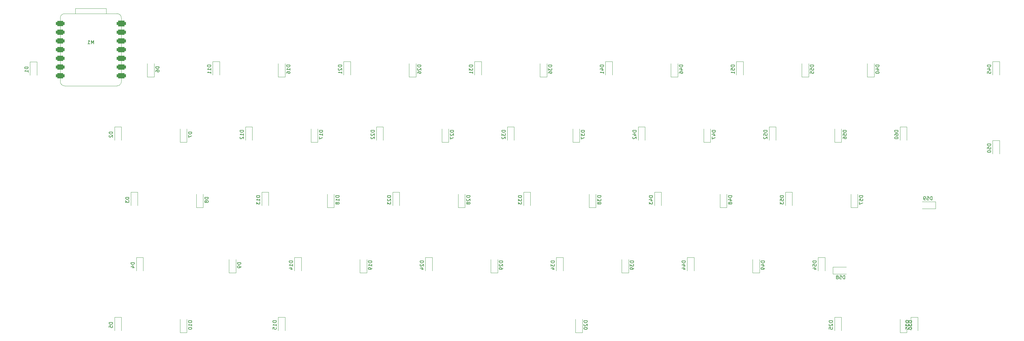
<source format=gbo>
G04 #@! TF.GenerationSoftware,KiCad,Pcbnew,(6.0.4)*
G04 #@! TF.CreationDate,2022-08-29T03:28:43+02:00*
G04 #@! TF.ProjectId,PLUTO60,504c5554-4f36-4302-9e6b-696361645f70,rev?*
G04 #@! TF.SameCoordinates,Original*
G04 #@! TF.FileFunction,Legend,Bot*
G04 #@! TF.FilePolarity,Positive*
%FSLAX46Y46*%
G04 Gerber Fmt 4.6, Leading zero omitted, Abs format (unit mm)*
G04 Created by KiCad (PCBNEW (6.0.4)) date 2022-08-29 03:28:43*
%MOMM*%
%LPD*%
G01*
G04 APERTURE LIST*
G04 Aperture macros list*
%AMRoundRect*
0 Rectangle with rounded corners*
0 $1 Rounding radius*
0 $2 $3 $4 $5 $6 $7 $8 $9 X,Y pos of 4 corners*
0 Add a 4 corners polygon primitive as box body*
4,1,4,$2,$3,$4,$5,$6,$7,$8,$9,$2,$3,0*
0 Add four circle primitives for the rounded corners*
1,1,$1+$1,$2,$3*
1,1,$1+$1,$4,$5*
1,1,$1+$1,$6,$7*
1,1,$1+$1,$8,$9*
0 Add four rect primitives between the rounded corners*
20,1,$1+$1,$2,$3,$4,$5,0*
20,1,$1+$1,$4,$5,$6,$7,0*
20,1,$1+$1,$6,$7,$8,$9,0*
20,1,$1+$1,$8,$9,$2,$3,0*%
G04 Aperture macros list end*
%ADD10C,0.150000*%
%ADD11C,0.120000*%
%ADD12C,2.501900*%
%ADD13C,2.250000*%
%ADD14C,7.000240*%
%ADD15C,7.001300*%
%ADD16R,1.200000X0.900000*%
%ADD17RoundRect,0.407250X0.956500X0.407250X-0.956500X0.407250X-0.956500X-0.407250X0.956500X-0.407250X0*%
%ADD18RoundRect,0.400000X0.963750X0.400000X-0.963750X0.400000X-0.963750X-0.400000X0.963750X-0.400000X0*%
%ADD19RoundRect,0.400000X0.853750X0.400000X-0.853750X0.400000X-0.853750X-0.400000X0.853750X-0.400000X0*%
%ADD20R,0.900000X1.200000*%
G04 APERTURE END LIST*
D10*
X104814880Y79795535D02*
X103814880Y79795535D01*
X103814880Y79557440D01*
X103862500Y79414583D01*
X103957738Y79319345D01*
X104052976Y79271726D01*
X104243452Y79224107D01*
X104386309Y79224107D01*
X104576785Y79271726D01*
X104672023Y79319345D01*
X104767261Y79414583D01*
X104814880Y79557440D01*
X104814880Y79795535D01*
X103910119Y78843154D02*
X103862500Y78795535D01*
X103814880Y78700297D01*
X103814880Y78462202D01*
X103862500Y78366964D01*
X103910119Y78319345D01*
X104005357Y78271726D01*
X104100595Y78271726D01*
X104243452Y78319345D01*
X104814880Y78890773D01*
X104814880Y78271726D01*
X104814880Y77319345D02*
X104814880Y77890773D01*
X104814880Y77605059D02*
X103814880Y77605059D01*
X103957738Y77700297D01*
X104052976Y77795535D01*
X104100595Y77890773D01*
X242164880Y79795535D02*
X241164880Y79795535D01*
X241164880Y79557440D01*
X241212500Y79414583D01*
X241307738Y79319345D01*
X241402976Y79271726D01*
X241593452Y79224107D01*
X241736309Y79224107D01*
X241926785Y79271726D01*
X242022023Y79319345D01*
X242117261Y79414583D01*
X242164880Y79557440D01*
X242164880Y79795535D01*
X241164880Y78319345D02*
X241164880Y78795535D01*
X241641071Y78843154D01*
X241593452Y78795535D01*
X241545833Y78700297D01*
X241545833Y78462202D01*
X241593452Y78366964D01*
X241641071Y78319345D01*
X241736309Y78271726D01*
X241974404Y78271726D01*
X242069642Y78319345D01*
X242117261Y78366964D01*
X242164880Y78462202D01*
X242164880Y78700297D01*
X242117261Y78795535D01*
X242069642Y78843154D01*
X241164880Y77366964D02*
X241164880Y77843154D01*
X241641071Y77890773D01*
X241593452Y77843154D01*
X241545833Y77747916D01*
X241545833Y77509821D01*
X241593452Y77414583D01*
X241641071Y77366964D01*
X241736309Y77319345D01*
X241974404Y77319345D01*
X242069642Y77366964D01*
X242117261Y77414583D01*
X242164880Y77509821D01*
X242164880Y77747916D01*
X242117261Y77843154D01*
X242069642Y77890773D01*
X176283630Y5183035D02*
X175283630Y5183035D01*
X175283630Y4944940D01*
X175331250Y4802083D01*
X175426488Y4706845D01*
X175521726Y4659226D01*
X175712202Y4611607D01*
X175855059Y4611607D01*
X176045535Y4659226D01*
X176140773Y4706845D01*
X176236011Y4802083D01*
X176283630Y4944940D01*
X176283630Y5183035D01*
X175378869Y4230654D02*
X175331250Y4183035D01*
X175283630Y4087797D01*
X175283630Y3849702D01*
X175331250Y3754464D01*
X175378869Y3706845D01*
X175474107Y3659226D01*
X175569345Y3659226D01*
X175712202Y3706845D01*
X176283630Y4278273D01*
X176283630Y3659226D01*
X175283630Y3040178D02*
X175283630Y2944940D01*
X175331250Y2849702D01*
X175378869Y2802083D01*
X175474107Y2754464D01*
X175664583Y2706845D01*
X175902678Y2706845D01*
X176093154Y2754464D01*
X176188392Y2802083D01*
X176236011Y2849702D01*
X176283630Y2944940D01*
X176283630Y3040178D01*
X176236011Y3135416D01*
X176188392Y3183035D01*
X176093154Y3230654D01*
X175902678Y3278273D01*
X175664583Y3278273D01*
X175474107Y3230654D01*
X175378869Y3183035D01*
X175331250Y3135416D01*
X175283630Y3040178D01*
X157202380Y41695535D02*
X156202380Y41695535D01*
X156202380Y41457440D01*
X156250000Y41314583D01*
X156345238Y41219345D01*
X156440476Y41171726D01*
X156630952Y41124107D01*
X156773809Y41124107D01*
X156964285Y41171726D01*
X157059523Y41219345D01*
X157154761Y41314583D01*
X157202380Y41457440D01*
X157202380Y41695535D01*
X156202380Y40790773D02*
X156202380Y40171726D01*
X156583333Y40505059D01*
X156583333Y40362202D01*
X156630952Y40266964D01*
X156678571Y40219345D01*
X156773809Y40171726D01*
X157011904Y40171726D01*
X157107142Y40219345D01*
X157154761Y40266964D01*
X157202380Y40362202D01*
X157202380Y40647916D01*
X157154761Y40743154D01*
X157107142Y40790773D01*
X156202380Y39838392D02*
X156202380Y39219345D01*
X156583333Y39552678D01*
X156583333Y39409821D01*
X156630952Y39314583D01*
X156678571Y39266964D01*
X156773809Y39219345D01*
X157011904Y39219345D01*
X157107142Y39266964D01*
X157154761Y39314583D01*
X157202380Y39409821D01*
X157202380Y39695535D01*
X157154761Y39790773D01*
X157107142Y39838392D01*
X127864880Y79795535D02*
X126864880Y79795535D01*
X126864880Y79557440D01*
X126912500Y79414583D01*
X127007738Y79319345D01*
X127102976Y79271726D01*
X127293452Y79224107D01*
X127436309Y79224107D01*
X127626785Y79271726D01*
X127722023Y79319345D01*
X127817261Y79414583D01*
X127864880Y79557440D01*
X127864880Y79795535D01*
X126960119Y78843154D02*
X126912500Y78795535D01*
X126864880Y78700297D01*
X126864880Y78462202D01*
X126912500Y78366964D01*
X126960119Y78319345D01*
X127055357Y78271726D01*
X127150595Y78271726D01*
X127293452Y78319345D01*
X127864880Y78890773D01*
X127864880Y78271726D01*
X126864880Y77414583D02*
X126864880Y77605059D01*
X126912500Y77700297D01*
X126960119Y77747916D01*
X127102976Y77843154D01*
X127293452Y77890773D01*
X127674404Y77890773D01*
X127769642Y77843154D01*
X127817261Y77795535D01*
X127864880Y77700297D01*
X127864880Y77509821D01*
X127817261Y77414583D01*
X127769642Y77366964D01*
X127674404Y77319345D01*
X127436309Y77319345D01*
X127341071Y77366964D01*
X127293452Y77414583D01*
X127245833Y77509821D01*
X127245833Y77700297D01*
X127293452Y77795535D01*
X127341071Y77843154D01*
X127436309Y77890773D01*
X119102380Y41695535D02*
X118102380Y41695535D01*
X118102380Y41457440D01*
X118150000Y41314583D01*
X118245238Y41219345D01*
X118340476Y41171726D01*
X118530952Y41124107D01*
X118673809Y41124107D01*
X118864285Y41171726D01*
X118959523Y41219345D01*
X119054761Y41314583D01*
X119102380Y41457440D01*
X119102380Y41695535D01*
X118197619Y40743154D02*
X118150000Y40695535D01*
X118102380Y40600297D01*
X118102380Y40362202D01*
X118150000Y40266964D01*
X118197619Y40219345D01*
X118292857Y40171726D01*
X118388095Y40171726D01*
X118530952Y40219345D01*
X119102380Y40790773D01*
X119102380Y40171726D01*
X118102380Y39838392D02*
X118102380Y39219345D01*
X118483333Y39552678D01*
X118483333Y39409821D01*
X118530952Y39314583D01*
X118578571Y39266964D01*
X118673809Y39219345D01*
X118911904Y39219345D01*
X119007142Y39266964D01*
X119054761Y39314583D01*
X119102380Y39409821D01*
X119102380Y39695535D01*
X119054761Y39790773D01*
X119007142Y39838392D01*
X195302380Y41695535D02*
X194302380Y41695535D01*
X194302380Y41457440D01*
X194350000Y41314583D01*
X194445238Y41219345D01*
X194540476Y41171726D01*
X194730952Y41124107D01*
X194873809Y41124107D01*
X195064285Y41171726D01*
X195159523Y41219345D01*
X195254761Y41314583D01*
X195302380Y41457440D01*
X195302380Y41695535D01*
X194635714Y40266964D02*
X195302380Y40266964D01*
X194254761Y40505059D02*
X194969047Y40743154D01*
X194969047Y40124107D01*
X194302380Y39838392D02*
X194302380Y39219345D01*
X194683333Y39552678D01*
X194683333Y39409821D01*
X194730952Y39314583D01*
X194778571Y39266964D01*
X194873809Y39219345D01*
X195111904Y39219345D01*
X195207142Y39266964D01*
X195254761Y39314583D01*
X195302380Y39409821D01*
X195302380Y39695535D01*
X195254761Y39790773D01*
X195207142Y39838392D01*
X266739880Y60745535D02*
X265739880Y60745535D01*
X265739880Y60507440D01*
X265787500Y60364583D01*
X265882738Y60269345D01*
X265977976Y60221726D01*
X266168452Y60174107D01*
X266311309Y60174107D01*
X266501785Y60221726D01*
X266597023Y60269345D01*
X266692261Y60364583D01*
X266739880Y60507440D01*
X266739880Y60745535D01*
X265739880Y59316964D02*
X265739880Y59507440D01*
X265787500Y59602678D01*
X265835119Y59650297D01*
X265977976Y59745535D01*
X266168452Y59793154D01*
X266549404Y59793154D01*
X266644642Y59745535D01*
X266692261Y59697916D01*
X266739880Y59602678D01*
X266739880Y59412202D01*
X266692261Y59316964D01*
X266644642Y59269345D01*
X266549404Y59221726D01*
X266311309Y59221726D01*
X266216071Y59269345D01*
X266168452Y59316964D01*
X266120833Y59412202D01*
X266120833Y59602678D01*
X266168452Y59697916D01*
X266216071Y59745535D01*
X266311309Y59793154D01*
X265739880Y58602678D02*
X265739880Y58507440D01*
X265787500Y58412202D01*
X265835119Y58364583D01*
X265930357Y58316964D01*
X266120833Y58269345D01*
X266358928Y58269345D01*
X266549404Y58316964D01*
X266644642Y58364583D01*
X266692261Y58412202D01*
X266739880Y58507440D01*
X266739880Y58602678D01*
X266692261Y58697916D01*
X266644642Y58745535D01*
X266549404Y58793154D01*
X266358928Y58840773D01*
X266120833Y58840773D01*
X265930357Y58793154D01*
X265835119Y58745535D01*
X265787500Y58697916D01*
X265739880Y58602678D01*
X38139880Y4706845D02*
X37139880Y4706845D01*
X37139880Y4468750D01*
X37187500Y4325892D01*
X37282738Y4230654D01*
X37377976Y4183035D01*
X37568452Y4135416D01*
X37711309Y4135416D01*
X37901785Y4183035D01*
X37997023Y4230654D01*
X38092261Y4325892D01*
X38139880Y4468750D01*
X38139880Y4706845D01*
X37139880Y3230654D02*
X37139880Y3706845D01*
X37616071Y3754464D01*
X37568452Y3706845D01*
X37520833Y3611607D01*
X37520833Y3373511D01*
X37568452Y3278273D01*
X37616071Y3230654D01*
X37711309Y3183035D01*
X37949404Y3183035D01*
X38044642Y3230654D01*
X38092261Y3278273D01*
X38139880Y3373511D01*
X38139880Y3611607D01*
X38092261Y3706845D01*
X38044642Y3754464D01*
X65952380Y41219345D02*
X64952380Y41219345D01*
X64952380Y40981250D01*
X65000000Y40838392D01*
X65095238Y40743154D01*
X65190476Y40695535D01*
X65380952Y40647916D01*
X65523809Y40647916D01*
X65714285Y40695535D01*
X65809523Y40743154D01*
X65904761Y40838392D01*
X65952380Y40981250D01*
X65952380Y41219345D01*
X65380952Y40076488D02*
X65333333Y40171726D01*
X65285714Y40219345D01*
X65190476Y40266964D01*
X65142857Y40266964D01*
X65047619Y40219345D01*
X65000000Y40171726D01*
X64952380Y40076488D01*
X64952380Y39886011D01*
X65000000Y39790773D01*
X65047619Y39743154D01*
X65142857Y39695535D01*
X65190476Y39695535D01*
X65285714Y39743154D01*
X65333333Y39790773D01*
X65380952Y39886011D01*
X65380952Y40076488D01*
X65428571Y40171726D01*
X65476190Y40219345D01*
X65571428Y40266964D01*
X65761904Y40266964D01*
X65857142Y40219345D01*
X65904761Y40171726D01*
X65952380Y40076488D01*
X65952380Y39886011D01*
X65904761Y39790773D01*
X65857142Y39743154D01*
X65761904Y39695535D01*
X65571428Y39695535D01*
X65476190Y39743154D01*
X65428571Y39790773D01*
X65380952Y39886011D01*
X38139880Y60269345D02*
X37139880Y60269345D01*
X37139880Y60031250D01*
X37187500Y59888392D01*
X37282738Y59793154D01*
X37377976Y59745535D01*
X37568452Y59697916D01*
X37711309Y59697916D01*
X37901785Y59745535D01*
X37997023Y59793154D01*
X38092261Y59888392D01*
X38139880Y60031250D01*
X38139880Y60269345D01*
X37235119Y59316964D02*
X37187500Y59269345D01*
X37139880Y59174107D01*
X37139880Y58936011D01*
X37187500Y58840773D01*
X37235119Y58793154D01*
X37330357Y58745535D01*
X37425595Y58745535D01*
X37568452Y58793154D01*
X38139880Y59364583D01*
X38139880Y58745535D01*
X175489880Y60745535D02*
X174489880Y60745535D01*
X174489880Y60507440D01*
X174537500Y60364583D01*
X174632738Y60269345D01*
X174727976Y60221726D01*
X174918452Y60174107D01*
X175061309Y60174107D01*
X175251785Y60221726D01*
X175347023Y60269345D01*
X175442261Y60364583D01*
X175489880Y60507440D01*
X175489880Y60745535D01*
X174489880Y59840773D02*
X174489880Y59221726D01*
X174870833Y59555059D01*
X174870833Y59412202D01*
X174918452Y59316964D01*
X174966071Y59269345D01*
X175061309Y59221726D01*
X175299404Y59221726D01*
X175394642Y59269345D01*
X175442261Y59316964D01*
X175489880Y59412202D01*
X175489880Y59697916D01*
X175442261Y59793154D01*
X175394642Y59840773D01*
X174489880Y58888392D02*
X174489880Y58221726D01*
X175489880Y58650297D01*
X228639880Y60745535D02*
X227639880Y60745535D01*
X227639880Y60507440D01*
X227687500Y60364583D01*
X227782738Y60269345D01*
X227877976Y60221726D01*
X228068452Y60174107D01*
X228211309Y60174107D01*
X228401785Y60221726D01*
X228497023Y60269345D01*
X228592261Y60364583D01*
X228639880Y60507440D01*
X228639880Y60745535D01*
X227639880Y59269345D02*
X227639880Y59745535D01*
X228116071Y59793154D01*
X228068452Y59745535D01*
X228020833Y59650297D01*
X228020833Y59412202D01*
X228068452Y59316964D01*
X228116071Y59269345D01*
X228211309Y59221726D01*
X228449404Y59221726D01*
X228544642Y59269345D01*
X228592261Y59316964D01*
X228639880Y59412202D01*
X228639880Y59650297D01*
X228592261Y59745535D01*
X228544642Y59793154D01*
X227735119Y58840773D02*
X227687500Y58793154D01*
X227639880Y58697916D01*
X227639880Y58459821D01*
X227687500Y58364583D01*
X227735119Y58316964D01*
X227830357Y58269345D01*
X227925595Y58269345D01*
X228068452Y58316964D01*
X228639880Y58888392D01*
X228639880Y58269345D01*
X151677380Y22645535D02*
X150677380Y22645535D01*
X150677380Y22407440D01*
X150725000Y22264583D01*
X150820238Y22169345D01*
X150915476Y22121726D01*
X151105952Y22074107D01*
X151248809Y22074107D01*
X151439285Y22121726D01*
X151534523Y22169345D01*
X151629761Y22264583D01*
X151677380Y22407440D01*
X151677380Y22645535D01*
X150772619Y21693154D02*
X150725000Y21645535D01*
X150677380Y21550297D01*
X150677380Y21312202D01*
X150725000Y21216964D01*
X150772619Y21169345D01*
X150867857Y21121726D01*
X150963095Y21121726D01*
X151105952Y21169345D01*
X151677380Y21740773D01*
X151677380Y21121726D01*
X151677380Y20645535D02*
X151677380Y20455059D01*
X151629761Y20359821D01*
X151582142Y20312202D01*
X151439285Y20216964D01*
X151248809Y20169345D01*
X150867857Y20169345D01*
X150772619Y20216964D01*
X150725000Y20264583D01*
X150677380Y20359821D01*
X150677380Y20550297D01*
X150725000Y20645535D01*
X150772619Y20693154D01*
X150867857Y20740773D01*
X151105952Y20740773D01*
X151201190Y20693154D01*
X151248809Y20645535D01*
X151296428Y20550297D01*
X151296428Y20359821D01*
X151248809Y20264583D01*
X151201190Y20216964D01*
X151105952Y20169345D01*
X114339880Y60745535D02*
X113339880Y60745535D01*
X113339880Y60507440D01*
X113387500Y60364583D01*
X113482738Y60269345D01*
X113577976Y60221726D01*
X113768452Y60174107D01*
X113911309Y60174107D01*
X114101785Y60221726D01*
X114197023Y60269345D01*
X114292261Y60364583D01*
X114339880Y60507440D01*
X114339880Y60745535D01*
X113435119Y59793154D02*
X113387500Y59745535D01*
X113339880Y59650297D01*
X113339880Y59412202D01*
X113387500Y59316964D01*
X113435119Y59269345D01*
X113530357Y59221726D01*
X113625595Y59221726D01*
X113768452Y59269345D01*
X114339880Y59840773D01*
X114339880Y59221726D01*
X113435119Y58840773D02*
X113387500Y58793154D01*
X113339880Y58697916D01*
X113339880Y58459821D01*
X113387500Y58364583D01*
X113435119Y58316964D01*
X113530357Y58269345D01*
X113625595Y58269345D01*
X113768452Y58316964D01*
X114339880Y58888392D01*
X114339880Y58269345D01*
X256452380Y41695535D02*
X255452380Y41695535D01*
X255452380Y41457440D01*
X255500000Y41314583D01*
X255595238Y41219345D01*
X255690476Y41171726D01*
X255880952Y41124107D01*
X256023809Y41124107D01*
X256214285Y41171726D01*
X256309523Y41219345D01*
X256404761Y41314583D01*
X256452380Y41457440D01*
X256452380Y41695535D01*
X255452380Y40219345D02*
X255452380Y40695535D01*
X255928571Y40743154D01*
X255880952Y40695535D01*
X255833333Y40600297D01*
X255833333Y40362202D01*
X255880952Y40266964D01*
X255928571Y40219345D01*
X256023809Y40171726D01*
X256261904Y40171726D01*
X256357142Y40219345D01*
X256404761Y40266964D01*
X256452380Y40362202D01*
X256452380Y40600297D01*
X256404761Y40695535D01*
X256357142Y40743154D01*
X255452380Y39838392D02*
X255452380Y39171726D01*
X256452380Y39600297D01*
X113577380Y22645535D02*
X112577380Y22645535D01*
X112577380Y22407440D01*
X112625000Y22264583D01*
X112720238Y22169345D01*
X112815476Y22121726D01*
X113005952Y22074107D01*
X113148809Y22074107D01*
X113339285Y22121726D01*
X113434523Y22169345D01*
X113529761Y22264583D01*
X113577380Y22407440D01*
X113577380Y22645535D01*
X113577380Y21121726D02*
X113577380Y21693154D01*
X113577380Y21407440D02*
X112577380Y21407440D01*
X112720238Y21502678D01*
X112815476Y21597916D01*
X112863095Y21693154D01*
X113577380Y20645535D02*
X113577380Y20455059D01*
X113529761Y20359821D01*
X113482142Y20312202D01*
X113339285Y20216964D01*
X113148809Y20169345D01*
X112767857Y20169345D01*
X112672619Y20216964D01*
X112625000Y20264583D01*
X112577380Y20359821D01*
X112577380Y20550297D01*
X112625000Y20645535D01*
X112672619Y20693154D01*
X112767857Y20740773D01*
X113005952Y20740773D01*
X113101190Y20693154D01*
X113148809Y20645535D01*
X113196428Y20550297D01*
X113196428Y20359821D01*
X113148809Y20264583D01*
X113101190Y20216964D01*
X113005952Y20169345D01*
X142152380Y41695535D02*
X141152380Y41695535D01*
X141152380Y41457440D01*
X141200000Y41314583D01*
X141295238Y41219345D01*
X141390476Y41171726D01*
X141580952Y41124107D01*
X141723809Y41124107D01*
X141914285Y41171726D01*
X142009523Y41219345D01*
X142104761Y41314583D01*
X142152380Y41457440D01*
X142152380Y41695535D01*
X141247619Y40743154D02*
X141200000Y40695535D01*
X141152380Y40600297D01*
X141152380Y40362202D01*
X141200000Y40266964D01*
X141247619Y40219345D01*
X141342857Y40171726D01*
X141438095Y40171726D01*
X141580952Y40219345D01*
X142152380Y40790773D01*
X142152380Y40171726D01*
X141580952Y39600297D02*
X141533333Y39695535D01*
X141485714Y39743154D01*
X141390476Y39790773D01*
X141342857Y39790773D01*
X141247619Y39743154D01*
X141200000Y39695535D01*
X141152380Y39600297D01*
X141152380Y39409821D01*
X141200000Y39314583D01*
X141247619Y39266964D01*
X141342857Y39219345D01*
X141390476Y39219345D01*
X141485714Y39266964D01*
X141533333Y39314583D01*
X141580952Y39409821D01*
X141580952Y39600297D01*
X141628571Y39695535D01*
X141676190Y39743154D01*
X141771428Y39790773D01*
X141961904Y39790773D01*
X142057142Y39743154D01*
X142104761Y39695535D01*
X142152380Y39600297D01*
X142152380Y39409821D01*
X142104761Y39314583D01*
X142057142Y39266964D01*
X141961904Y39219345D01*
X141771428Y39219345D01*
X141676190Y39266964D01*
X141628571Y39314583D01*
X141580952Y39409821D01*
X89764880Y79795535D02*
X88764880Y79795535D01*
X88764880Y79557440D01*
X88812500Y79414583D01*
X88907738Y79319345D01*
X89002976Y79271726D01*
X89193452Y79224107D01*
X89336309Y79224107D01*
X89526785Y79271726D01*
X89622023Y79319345D01*
X89717261Y79414583D01*
X89764880Y79557440D01*
X89764880Y79795535D01*
X89764880Y78271726D02*
X89764880Y78843154D01*
X89764880Y78557440D02*
X88764880Y78557440D01*
X88907738Y78652678D01*
X89002976Y78747916D01*
X89050595Y78843154D01*
X88764880Y77414583D02*
X88764880Y77605059D01*
X88812500Y77700297D01*
X88860119Y77747916D01*
X89002976Y77843154D01*
X89193452Y77890773D01*
X89574404Y77890773D01*
X89669642Y77843154D01*
X89717261Y77795535D01*
X89764880Y77700297D01*
X89764880Y77509821D01*
X89717261Y77414583D01*
X89669642Y77366964D01*
X89574404Y77319345D01*
X89336309Y77319345D01*
X89241071Y77366964D01*
X89193452Y77414583D01*
X89145833Y77509821D01*
X89145833Y77700297D01*
X89193452Y77795535D01*
X89241071Y77843154D01*
X89336309Y77890773D01*
X189777380Y22645535D02*
X188777380Y22645535D01*
X188777380Y22407440D01*
X188825000Y22264583D01*
X188920238Y22169345D01*
X189015476Y22121726D01*
X189205952Y22074107D01*
X189348809Y22074107D01*
X189539285Y22121726D01*
X189634523Y22169345D01*
X189729761Y22264583D01*
X189777380Y22407440D01*
X189777380Y22645535D01*
X188777380Y21740773D02*
X188777380Y21121726D01*
X189158333Y21455059D01*
X189158333Y21312202D01*
X189205952Y21216964D01*
X189253571Y21169345D01*
X189348809Y21121726D01*
X189586904Y21121726D01*
X189682142Y21169345D01*
X189729761Y21216964D01*
X189777380Y21312202D01*
X189777380Y21597916D01*
X189729761Y21693154D01*
X189682142Y21740773D01*
X189777380Y20645535D02*
X189777380Y20455059D01*
X189729761Y20359821D01*
X189682142Y20312202D01*
X189539285Y20216964D01*
X189348809Y20169345D01*
X188967857Y20169345D01*
X188872619Y20216964D01*
X188825000Y20264583D01*
X188777380Y20359821D01*
X188777380Y20550297D01*
X188825000Y20645535D01*
X188872619Y20693154D01*
X188967857Y20740773D01*
X189205952Y20740773D01*
X189301190Y20693154D01*
X189348809Y20645535D01*
X189396428Y20550297D01*
X189396428Y20359821D01*
X189348809Y20264583D01*
X189301190Y20216964D01*
X189205952Y20169345D01*
X142914880Y79795535D02*
X141914880Y79795535D01*
X141914880Y79557440D01*
X141962500Y79414583D01*
X142057738Y79319345D01*
X142152976Y79271726D01*
X142343452Y79224107D01*
X142486309Y79224107D01*
X142676785Y79271726D01*
X142772023Y79319345D01*
X142867261Y79414583D01*
X142914880Y79557440D01*
X142914880Y79795535D01*
X141914880Y78890773D02*
X141914880Y78271726D01*
X142295833Y78605059D01*
X142295833Y78462202D01*
X142343452Y78366964D01*
X142391071Y78319345D01*
X142486309Y78271726D01*
X142724404Y78271726D01*
X142819642Y78319345D01*
X142867261Y78366964D01*
X142914880Y78462202D01*
X142914880Y78747916D01*
X142867261Y78843154D01*
X142819642Y78890773D01*
X142914880Y77319345D02*
X142914880Y77890773D01*
X142914880Y77605059D02*
X141914880Y77605059D01*
X142057738Y77700297D01*
X142152976Y77795535D01*
X142200595Y77890773D01*
X190539880Y60745535D02*
X189539880Y60745535D01*
X189539880Y60507440D01*
X189587500Y60364583D01*
X189682738Y60269345D01*
X189777976Y60221726D01*
X189968452Y60174107D01*
X190111309Y60174107D01*
X190301785Y60221726D01*
X190397023Y60269345D01*
X190492261Y60364583D01*
X190539880Y60507440D01*
X190539880Y60745535D01*
X189873214Y59316964D02*
X190539880Y59316964D01*
X189492261Y59555059D02*
X190206547Y59793154D01*
X190206547Y59174107D01*
X189635119Y58840773D02*
X189587500Y58793154D01*
X189539880Y58697916D01*
X189539880Y58459821D01*
X189587500Y58364583D01*
X189635119Y58316964D01*
X189730357Y58269345D01*
X189825595Y58269345D01*
X189968452Y58316964D01*
X190539880Y58888392D01*
X190539880Y58269345D01*
X270739880Y5183035D02*
X269739880Y5183035D01*
X269739880Y4944940D01*
X269787500Y4802083D01*
X269882738Y4706845D01*
X269977976Y4659226D01*
X270168452Y4611607D01*
X270311309Y4611607D01*
X270501785Y4659226D01*
X270597023Y4706845D01*
X270692261Y4802083D01*
X270739880Y4944940D01*
X270739880Y5183035D01*
X269739880Y4278273D02*
X269739880Y3659226D01*
X270120833Y3992559D01*
X270120833Y3849702D01*
X270168452Y3754464D01*
X270216071Y3706845D01*
X270311309Y3659226D01*
X270549404Y3659226D01*
X270644642Y3706845D01*
X270692261Y3754464D01*
X270739880Y3849702D01*
X270739880Y4135416D01*
X270692261Y4230654D01*
X270644642Y4278273D01*
X269739880Y3040178D02*
X269739880Y2944940D01*
X269787500Y2849702D01*
X269835119Y2802083D01*
X269930357Y2754464D01*
X270120833Y2706845D01*
X270358928Y2706845D01*
X270549404Y2754464D01*
X270644642Y2802083D01*
X270692261Y2849702D01*
X270739880Y2944940D01*
X270739880Y3040178D01*
X270692261Y3135416D01*
X270644642Y3183035D01*
X270549404Y3230654D01*
X270358928Y3278273D01*
X270120833Y3278273D01*
X269930357Y3230654D01*
X269835119Y3183035D01*
X269787500Y3135416D01*
X269739880Y3040178D01*
X242927380Y22645535D02*
X241927380Y22645535D01*
X241927380Y22407440D01*
X241975000Y22264583D01*
X242070238Y22169345D01*
X242165476Y22121726D01*
X242355952Y22074107D01*
X242498809Y22074107D01*
X242689285Y22121726D01*
X242784523Y22169345D01*
X242879761Y22264583D01*
X242927380Y22407440D01*
X242927380Y22645535D01*
X241927380Y21169345D02*
X241927380Y21645535D01*
X242403571Y21693154D01*
X242355952Y21645535D01*
X242308333Y21550297D01*
X242308333Y21312202D01*
X242355952Y21216964D01*
X242403571Y21169345D01*
X242498809Y21121726D01*
X242736904Y21121726D01*
X242832142Y21169345D01*
X242879761Y21216964D01*
X242927380Y21312202D01*
X242927380Y21550297D01*
X242879761Y21645535D01*
X242832142Y21693154D01*
X242260714Y20264583D02*
X242927380Y20264583D01*
X241879761Y20502678D02*
X242594047Y20740773D01*
X242594047Y20121726D01*
X269914880Y5183035D02*
X268914880Y5183035D01*
X268914880Y4944940D01*
X268962500Y4802083D01*
X269057738Y4706845D01*
X269152976Y4659226D01*
X269343452Y4611607D01*
X269486309Y4611607D01*
X269676785Y4659226D01*
X269772023Y4706845D01*
X269867261Y4802083D01*
X269914880Y4944940D01*
X269914880Y5183035D01*
X268914880Y4278273D02*
X268914880Y3659226D01*
X269295833Y3992559D01*
X269295833Y3849702D01*
X269343452Y3754464D01*
X269391071Y3706845D01*
X269486309Y3659226D01*
X269724404Y3659226D01*
X269819642Y3706845D01*
X269867261Y3754464D01*
X269914880Y3849702D01*
X269914880Y4135416D01*
X269867261Y4230654D01*
X269819642Y4278273D01*
X268914880Y2754464D02*
X268914880Y3230654D01*
X269391071Y3278273D01*
X269343452Y3230654D01*
X269295833Y3135416D01*
X269295833Y2897321D01*
X269343452Y2802083D01*
X269391071Y2754464D01*
X269486309Y2706845D01*
X269724404Y2706845D01*
X269819642Y2754464D01*
X269867261Y2802083D01*
X269914880Y2897321D01*
X269914880Y3135416D01*
X269867261Y3230654D01*
X269819642Y3278273D01*
X247689880Y5183035D02*
X246689880Y5183035D01*
X246689880Y4944940D01*
X246737500Y4802083D01*
X246832738Y4706845D01*
X246927976Y4659226D01*
X247118452Y4611607D01*
X247261309Y4611607D01*
X247451785Y4659226D01*
X247547023Y4706845D01*
X247642261Y4802083D01*
X247689880Y4944940D01*
X247689880Y5183035D01*
X246785119Y4230654D02*
X246737500Y4183035D01*
X246689880Y4087797D01*
X246689880Y3849702D01*
X246737500Y3754464D01*
X246785119Y3706845D01*
X246880357Y3659226D01*
X246975595Y3659226D01*
X247118452Y3706845D01*
X247689880Y4278273D01*
X247689880Y3659226D01*
X246689880Y2754464D02*
X246689880Y3230654D01*
X247166071Y3278273D01*
X247118452Y3230654D01*
X247070833Y3135416D01*
X247070833Y2897321D01*
X247118452Y2802083D01*
X247166071Y2754464D01*
X247261309Y2706845D01*
X247499404Y2706845D01*
X247594642Y2754464D01*
X247642261Y2802083D01*
X247689880Y2897321D01*
X247689880Y3135416D01*
X247642261Y3230654D01*
X247594642Y3278273D01*
X13533630Y79256845D02*
X12533630Y79256845D01*
X12533630Y79018750D01*
X12581250Y78875892D01*
X12676488Y78780654D01*
X12771726Y78733035D01*
X12962202Y78685416D01*
X13105059Y78685416D01*
X13295535Y78733035D01*
X13390773Y78780654D01*
X13486011Y78875892D01*
X13533630Y79018750D01*
X13533630Y79256845D01*
X13533630Y77733035D02*
X13533630Y78304464D01*
X13533630Y78018750D02*
X12533630Y78018750D01*
X12676488Y78113988D01*
X12771726Y78209226D01*
X12819345Y78304464D01*
X293727380Y56776785D02*
X292727380Y56776785D01*
X292727380Y56538690D01*
X292775000Y56395833D01*
X292870238Y56300595D01*
X292965476Y56252976D01*
X293155952Y56205357D01*
X293298809Y56205357D01*
X293489285Y56252976D01*
X293584523Y56300595D01*
X293679761Y56395833D01*
X293727380Y56538690D01*
X293727380Y56776785D01*
X292727380Y55300595D02*
X292727380Y55776785D01*
X293203571Y55824404D01*
X293155952Y55776785D01*
X293108333Y55681547D01*
X293108333Y55443452D01*
X293155952Y55348214D01*
X293203571Y55300595D01*
X293298809Y55252976D01*
X293536904Y55252976D01*
X293632142Y55300595D01*
X293679761Y55348214D01*
X293727380Y55443452D01*
X293727380Y55681547D01*
X293679761Y55776785D01*
X293632142Y55824404D01*
X292727380Y54633928D02*
X292727380Y54538690D01*
X292775000Y54443452D01*
X292822619Y54395833D01*
X292917857Y54348214D01*
X293108333Y54300595D01*
X293346428Y54300595D01*
X293536904Y54348214D01*
X293632142Y54395833D01*
X293679761Y54443452D01*
X293727380Y54538690D01*
X293727380Y54633928D01*
X293679761Y54729166D01*
X293632142Y54776785D01*
X293536904Y54824404D01*
X293346428Y54872023D01*
X293108333Y54872023D01*
X292917857Y54824404D01*
X292822619Y54776785D01*
X292775000Y54729166D01*
X292727380Y54633928D01*
X181014880Y79795535D02*
X180014880Y79795535D01*
X180014880Y79557440D01*
X180062500Y79414583D01*
X180157738Y79319345D01*
X180252976Y79271726D01*
X180443452Y79224107D01*
X180586309Y79224107D01*
X180776785Y79271726D01*
X180872023Y79319345D01*
X180967261Y79414583D01*
X181014880Y79557440D01*
X181014880Y79795535D01*
X180348214Y78366964D02*
X181014880Y78366964D01*
X179967261Y78605059D02*
X180681547Y78843154D01*
X180681547Y78224107D01*
X181014880Y77319345D02*
X181014880Y77890773D01*
X181014880Y77605059D02*
X180014880Y77605059D01*
X180157738Y77700297D01*
X180252976Y77795535D01*
X180300595Y77890773D01*
X219114880Y79795535D02*
X218114880Y79795535D01*
X218114880Y79557440D01*
X218162500Y79414583D01*
X218257738Y79319345D01*
X218352976Y79271726D01*
X218543452Y79224107D01*
X218686309Y79224107D01*
X218876785Y79271726D01*
X218972023Y79319345D01*
X219067261Y79414583D01*
X219114880Y79557440D01*
X219114880Y79795535D01*
X218114880Y78319345D02*
X218114880Y78795535D01*
X218591071Y78843154D01*
X218543452Y78795535D01*
X218495833Y78700297D01*
X218495833Y78462202D01*
X218543452Y78366964D01*
X218591071Y78319345D01*
X218686309Y78271726D01*
X218924404Y78271726D01*
X219019642Y78319345D01*
X219067261Y78366964D01*
X219114880Y78462202D01*
X219114880Y78700297D01*
X219067261Y78795535D01*
X219019642Y78843154D01*
X219114880Y77319345D02*
X219114880Y77890773D01*
X219114880Y77605059D02*
X218114880Y77605059D01*
X218257738Y77700297D01*
X218352976Y77795535D01*
X218400595Y77890773D01*
X137389880Y60745535D02*
X136389880Y60745535D01*
X136389880Y60507440D01*
X136437500Y60364583D01*
X136532738Y60269345D01*
X136627976Y60221726D01*
X136818452Y60174107D01*
X136961309Y60174107D01*
X137151785Y60221726D01*
X137247023Y60269345D01*
X137342261Y60364583D01*
X137389880Y60507440D01*
X137389880Y60745535D01*
X136485119Y59793154D02*
X136437500Y59745535D01*
X136389880Y59650297D01*
X136389880Y59412202D01*
X136437500Y59316964D01*
X136485119Y59269345D01*
X136580357Y59221726D01*
X136675595Y59221726D01*
X136818452Y59269345D01*
X137389880Y59840773D01*
X137389880Y59221726D01*
X136389880Y58888392D02*
X136389880Y58221726D01*
X137389880Y58650297D01*
X61189880Y5183035D02*
X60189880Y5183035D01*
X60189880Y4944940D01*
X60237500Y4802083D01*
X60332738Y4706845D01*
X60427976Y4659226D01*
X60618452Y4611607D01*
X60761309Y4611607D01*
X60951785Y4659226D01*
X61047023Y4706845D01*
X61142261Y4802083D01*
X61189880Y4944940D01*
X61189880Y5183035D01*
X61189880Y3659226D02*
X61189880Y4230654D01*
X61189880Y3944940D02*
X60189880Y3944940D01*
X60332738Y4040178D01*
X60427976Y4135416D01*
X60475595Y4230654D01*
X60189880Y3040178D02*
X60189880Y2944940D01*
X60237500Y2849702D01*
X60285119Y2802083D01*
X60380357Y2754464D01*
X60570833Y2706845D01*
X60808928Y2706845D01*
X60999404Y2754464D01*
X61094642Y2802083D01*
X61142261Y2849702D01*
X61189880Y2944940D01*
X61189880Y3040178D01*
X61142261Y3135416D01*
X61094642Y3183035D01*
X60999404Y3230654D01*
X60808928Y3278273D01*
X60570833Y3278273D01*
X60380357Y3230654D01*
X60285119Y3183035D01*
X60237500Y3135416D01*
X60189880Y3040178D01*
X32604523Y85970869D02*
X32604523Y86970869D01*
X32271190Y86256583D01*
X31937857Y86970869D01*
X31937857Y85970869D01*
X30937857Y85970869D02*
X31509285Y85970869D01*
X31223571Y85970869D02*
X31223571Y86970869D01*
X31318809Y86828011D01*
X31414047Y86732773D01*
X31509285Y86685154D01*
X233402380Y41695535D02*
X232402380Y41695535D01*
X232402380Y41457440D01*
X232450000Y41314583D01*
X232545238Y41219345D01*
X232640476Y41171726D01*
X232830952Y41124107D01*
X232973809Y41124107D01*
X233164285Y41171726D01*
X233259523Y41219345D01*
X233354761Y41314583D01*
X233402380Y41457440D01*
X233402380Y41695535D01*
X232402380Y40219345D02*
X232402380Y40695535D01*
X232878571Y40743154D01*
X232830952Y40695535D01*
X232783333Y40600297D01*
X232783333Y40362202D01*
X232830952Y40266964D01*
X232878571Y40219345D01*
X232973809Y40171726D01*
X233211904Y40171726D01*
X233307142Y40219345D01*
X233354761Y40266964D01*
X233402380Y40362202D01*
X233402380Y40600297D01*
X233354761Y40695535D01*
X233307142Y40743154D01*
X232402380Y39838392D02*
X232402380Y39219345D01*
X232783333Y39552678D01*
X232783333Y39409821D01*
X232830952Y39314583D01*
X232878571Y39266964D01*
X232973809Y39219345D01*
X233211904Y39219345D01*
X233307142Y39266964D01*
X233354761Y39314583D01*
X233402380Y39409821D01*
X233402380Y39695535D01*
X233354761Y39790773D01*
X233307142Y39838392D01*
X51664880Y79319345D02*
X50664880Y79319345D01*
X50664880Y79081250D01*
X50712500Y78938392D01*
X50807738Y78843154D01*
X50902976Y78795535D01*
X51093452Y78747916D01*
X51236309Y78747916D01*
X51426785Y78795535D01*
X51522023Y78843154D01*
X51617261Y78938392D01*
X51664880Y79081250D01*
X51664880Y79319345D01*
X50664880Y77890773D02*
X50664880Y78081250D01*
X50712500Y78176488D01*
X50760119Y78224107D01*
X50902976Y78319345D01*
X51093452Y78366964D01*
X51474404Y78366964D01*
X51569642Y78319345D01*
X51617261Y78271726D01*
X51664880Y78176488D01*
X51664880Y77986011D01*
X51617261Y77890773D01*
X51569642Y77843154D01*
X51474404Y77795535D01*
X51236309Y77795535D01*
X51141071Y77843154D01*
X51093452Y77890773D01*
X51045833Y77986011D01*
X51045833Y78176488D01*
X51093452Y78271726D01*
X51141071Y78319345D01*
X51236309Y78366964D01*
X180252380Y41695535D02*
X179252380Y41695535D01*
X179252380Y41457440D01*
X179300000Y41314583D01*
X179395238Y41219345D01*
X179490476Y41171726D01*
X179680952Y41124107D01*
X179823809Y41124107D01*
X180014285Y41171726D01*
X180109523Y41219345D01*
X180204761Y41314583D01*
X180252380Y41457440D01*
X180252380Y41695535D01*
X179252380Y40790773D02*
X179252380Y40171726D01*
X179633333Y40505059D01*
X179633333Y40362202D01*
X179680952Y40266964D01*
X179728571Y40219345D01*
X179823809Y40171726D01*
X180061904Y40171726D01*
X180157142Y40219345D01*
X180204761Y40266964D01*
X180252380Y40362202D01*
X180252380Y40647916D01*
X180204761Y40743154D01*
X180157142Y40790773D01*
X179680952Y39600297D02*
X179633333Y39695535D01*
X179585714Y39743154D01*
X179490476Y39790773D01*
X179442857Y39790773D01*
X179347619Y39743154D01*
X179300000Y39695535D01*
X179252380Y39600297D01*
X179252380Y39409821D01*
X179300000Y39314583D01*
X179347619Y39266964D01*
X179442857Y39219345D01*
X179490476Y39219345D01*
X179585714Y39266964D01*
X179633333Y39314583D01*
X179680952Y39409821D01*
X179680952Y39600297D01*
X179728571Y39695535D01*
X179776190Y39743154D01*
X179871428Y39790773D01*
X180061904Y39790773D01*
X180157142Y39743154D01*
X180204761Y39695535D01*
X180252380Y39600297D01*
X180252380Y39409821D01*
X180204761Y39314583D01*
X180157142Y39266964D01*
X180061904Y39219345D01*
X179871428Y39219345D01*
X179776190Y39266964D01*
X179728571Y39314583D01*
X179680952Y39409821D01*
X99289880Y60745535D02*
X98289880Y60745535D01*
X98289880Y60507440D01*
X98337500Y60364583D01*
X98432738Y60269345D01*
X98527976Y60221726D01*
X98718452Y60174107D01*
X98861309Y60174107D01*
X99051785Y60221726D01*
X99147023Y60269345D01*
X99242261Y60364583D01*
X99289880Y60507440D01*
X99289880Y60745535D01*
X99289880Y59221726D02*
X99289880Y59793154D01*
X99289880Y59507440D02*
X98289880Y59507440D01*
X98432738Y59602678D01*
X98527976Y59697916D01*
X98575595Y59793154D01*
X98289880Y58888392D02*
X98289880Y58221726D01*
X99289880Y58650297D01*
X76239880Y60745535D02*
X75239880Y60745535D01*
X75239880Y60507440D01*
X75287500Y60364583D01*
X75382738Y60269345D01*
X75477976Y60221726D01*
X75668452Y60174107D01*
X75811309Y60174107D01*
X76001785Y60221726D01*
X76097023Y60269345D01*
X76192261Y60364583D01*
X76239880Y60507440D01*
X76239880Y60745535D01*
X76239880Y59221726D02*
X76239880Y59793154D01*
X76239880Y59507440D02*
X75239880Y59507440D01*
X75382738Y59602678D01*
X75477976Y59697916D01*
X75525595Y59793154D01*
X75335119Y58840773D02*
X75287500Y58793154D01*
X75239880Y58697916D01*
X75239880Y58459821D01*
X75287500Y58364583D01*
X75335119Y58316964D01*
X75430357Y58269345D01*
X75525595Y58269345D01*
X75668452Y58316964D01*
X76239880Y58888392D01*
X76239880Y58269345D01*
X204827380Y22645535D02*
X203827380Y22645535D01*
X203827380Y22407440D01*
X203875000Y22264583D01*
X203970238Y22169345D01*
X204065476Y22121726D01*
X204255952Y22074107D01*
X204398809Y22074107D01*
X204589285Y22121726D01*
X204684523Y22169345D01*
X204779761Y22264583D01*
X204827380Y22407440D01*
X204827380Y22645535D01*
X204160714Y21216964D02*
X204827380Y21216964D01*
X203779761Y21455059D02*
X204494047Y21693154D01*
X204494047Y21074107D01*
X204160714Y20264583D02*
X204827380Y20264583D01*
X203779761Y20502678D02*
X204494047Y20740773D01*
X204494047Y20121726D01*
X293727380Y79795535D02*
X292727380Y79795535D01*
X292727380Y79557440D01*
X292775000Y79414583D01*
X292870238Y79319345D01*
X292965476Y79271726D01*
X293155952Y79224107D01*
X293298809Y79224107D01*
X293489285Y79271726D01*
X293584523Y79319345D01*
X293679761Y79414583D01*
X293727380Y79557440D01*
X293727380Y79795535D01*
X293060714Y78366964D02*
X293727380Y78366964D01*
X292679761Y78605059D02*
X293394047Y78843154D01*
X293394047Y78224107D01*
X292727380Y77366964D02*
X292727380Y77843154D01*
X293203571Y77890773D01*
X293155952Y77843154D01*
X293108333Y77747916D01*
X293108333Y77509821D01*
X293155952Y77414583D01*
X293203571Y77366964D01*
X293298809Y77319345D01*
X293536904Y77319345D01*
X293632142Y77366964D01*
X293679761Y77414583D01*
X293727380Y77509821D01*
X293727380Y77747916D01*
X293679761Y77843154D01*
X293632142Y77890773D01*
X75477380Y22169345D02*
X74477380Y22169345D01*
X74477380Y21931250D01*
X74525000Y21788392D01*
X74620238Y21693154D01*
X74715476Y21645535D01*
X74905952Y21597916D01*
X75048809Y21597916D01*
X75239285Y21645535D01*
X75334523Y21693154D01*
X75429761Y21788392D01*
X75477380Y21931250D01*
X75477380Y22169345D01*
X75477380Y21121726D02*
X75477380Y20931250D01*
X75429761Y20836011D01*
X75382142Y20788392D01*
X75239285Y20693154D01*
X75048809Y20645535D01*
X74667857Y20645535D01*
X74572619Y20693154D01*
X74525000Y20740773D01*
X74477380Y20836011D01*
X74477380Y21026488D01*
X74525000Y21121726D01*
X74572619Y21169345D01*
X74667857Y21216964D01*
X74905952Y21216964D01*
X75001190Y21169345D01*
X75048809Y21121726D01*
X75096428Y21026488D01*
X75096428Y20836011D01*
X75048809Y20740773D01*
X75001190Y20693154D01*
X74905952Y20645535D01*
X213589880Y60745535D02*
X212589880Y60745535D01*
X212589880Y60507440D01*
X212637500Y60364583D01*
X212732738Y60269345D01*
X212827976Y60221726D01*
X213018452Y60174107D01*
X213161309Y60174107D01*
X213351785Y60221726D01*
X213447023Y60269345D01*
X213542261Y60364583D01*
X213589880Y60507440D01*
X213589880Y60745535D01*
X212923214Y59316964D02*
X213589880Y59316964D01*
X212542261Y59555059D02*
X213256547Y59793154D01*
X213256547Y59174107D01*
X212589880Y58888392D02*
X212589880Y58221726D01*
X213589880Y58650297D01*
X42902380Y41219345D02*
X41902380Y41219345D01*
X41902380Y40981250D01*
X41950000Y40838392D01*
X42045238Y40743154D01*
X42140476Y40695535D01*
X42330952Y40647916D01*
X42473809Y40647916D01*
X42664285Y40695535D01*
X42759523Y40743154D01*
X42854761Y40838392D01*
X42902380Y40981250D01*
X42902380Y41219345D01*
X41902380Y40314583D02*
X41902380Y39695535D01*
X42283333Y40028869D01*
X42283333Y39886011D01*
X42330952Y39790773D01*
X42378571Y39743154D01*
X42473809Y39695535D01*
X42711904Y39695535D01*
X42807142Y39743154D01*
X42854761Y39790773D01*
X42902380Y39886011D01*
X42902380Y40171726D01*
X42854761Y40266964D01*
X42807142Y40314583D01*
X128627380Y22645535D02*
X127627380Y22645535D01*
X127627380Y22407440D01*
X127675000Y22264583D01*
X127770238Y22169345D01*
X127865476Y22121726D01*
X128055952Y22074107D01*
X128198809Y22074107D01*
X128389285Y22121726D01*
X128484523Y22169345D01*
X128579761Y22264583D01*
X128627380Y22407440D01*
X128627380Y22645535D01*
X127722619Y21693154D02*
X127675000Y21645535D01*
X127627380Y21550297D01*
X127627380Y21312202D01*
X127675000Y21216964D01*
X127722619Y21169345D01*
X127817857Y21121726D01*
X127913095Y21121726D01*
X128055952Y21169345D01*
X128627380Y21740773D01*
X128627380Y21121726D01*
X127960714Y20264583D02*
X128627380Y20264583D01*
X127579761Y20502678D02*
X128294047Y20740773D01*
X128294047Y20121726D01*
X81002380Y41695535D02*
X80002380Y41695535D01*
X80002380Y41457440D01*
X80050000Y41314583D01*
X80145238Y41219345D01*
X80240476Y41171726D01*
X80430952Y41124107D01*
X80573809Y41124107D01*
X80764285Y41171726D01*
X80859523Y41219345D01*
X80954761Y41314583D01*
X81002380Y41457440D01*
X81002380Y41695535D01*
X81002380Y40171726D02*
X81002380Y40743154D01*
X81002380Y40457440D02*
X80002380Y40457440D01*
X80145238Y40552678D01*
X80240476Y40647916D01*
X80288095Y40743154D01*
X80002380Y39838392D02*
X80002380Y39219345D01*
X80383333Y39552678D01*
X80383333Y39409821D01*
X80430952Y39314583D01*
X80478571Y39266964D01*
X80573809Y39219345D01*
X80811904Y39219345D01*
X80907142Y39266964D01*
X80954761Y39314583D01*
X81002380Y39409821D01*
X81002380Y39695535D01*
X80954761Y39790773D01*
X80907142Y39838392D01*
X227877380Y22645535D02*
X226877380Y22645535D01*
X226877380Y22407440D01*
X226925000Y22264583D01*
X227020238Y22169345D01*
X227115476Y22121726D01*
X227305952Y22074107D01*
X227448809Y22074107D01*
X227639285Y22121726D01*
X227734523Y22169345D01*
X227829761Y22264583D01*
X227877380Y22407440D01*
X227877380Y22645535D01*
X227210714Y21216964D02*
X227877380Y21216964D01*
X226829761Y21455059D02*
X227544047Y21693154D01*
X227544047Y21074107D01*
X227877380Y20645535D02*
X227877380Y20455059D01*
X227829761Y20359821D01*
X227782142Y20312202D01*
X227639285Y20216964D01*
X227448809Y20169345D01*
X227067857Y20169345D01*
X226972619Y20216964D01*
X226925000Y20264583D01*
X226877380Y20359821D01*
X226877380Y20550297D01*
X226925000Y20645535D01*
X226972619Y20693154D01*
X227067857Y20740773D01*
X227305952Y20740773D01*
X227401190Y20693154D01*
X227448809Y20645535D01*
X227496428Y20550297D01*
X227496428Y20359821D01*
X227448809Y20264583D01*
X227401190Y20216964D01*
X227305952Y20169345D01*
X165964880Y79795535D02*
X164964880Y79795535D01*
X164964880Y79557440D01*
X165012500Y79414583D01*
X165107738Y79319345D01*
X165202976Y79271726D01*
X165393452Y79224107D01*
X165536309Y79224107D01*
X165726785Y79271726D01*
X165822023Y79319345D01*
X165917261Y79414583D01*
X165964880Y79557440D01*
X165964880Y79795535D01*
X164964880Y78890773D02*
X164964880Y78271726D01*
X165345833Y78605059D01*
X165345833Y78462202D01*
X165393452Y78366964D01*
X165441071Y78319345D01*
X165536309Y78271726D01*
X165774404Y78271726D01*
X165869642Y78319345D01*
X165917261Y78366964D01*
X165964880Y78462202D01*
X165964880Y78747916D01*
X165917261Y78843154D01*
X165869642Y78890773D01*
X164964880Y77414583D02*
X164964880Y77605059D01*
X165012500Y77700297D01*
X165060119Y77747916D01*
X165202976Y77843154D01*
X165393452Y77890773D01*
X165774404Y77890773D01*
X165869642Y77843154D01*
X165917261Y77795535D01*
X165964880Y77700297D01*
X165964880Y77509821D01*
X165917261Y77414583D01*
X165869642Y77366964D01*
X165774404Y77319345D01*
X165536309Y77319345D01*
X165441071Y77366964D01*
X165393452Y77414583D01*
X165345833Y77509821D01*
X165345833Y77700297D01*
X165393452Y77795535D01*
X165441071Y77843154D01*
X165536309Y77890773D01*
X276645535Y40441369D02*
X276645535Y41441369D01*
X276407440Y41441369D01*
X276264583Y41393750D01*
X276169345Y41298511D01*
X276121726Y41203273D01*
X276074107Y41012797D01*
X276074107Y40869940D01*
X276121726Y40679464D01*
X276169345Y40584226D01*
X276264583Y40488988D01*
X276407440Y40441369D01*
X276645535Y40441369D01*
X275169345Y41441369D02*
X275645535Y41441369D01*
X275693154Y40965178D01*
X275645535Y41012797D01*
X275550297Y41060416D01*
X275312202Y41060416D01*
X275216964Y41012797D01*
X275169345Y40965178D01*
X275121726Y40869940D01*
X275121726Y40631845D01*
X275169345Y40536607D01*
X275216964Y40488988D01*
X275312202Y40441369D01*
X275550297Y40441369D01*
X275645535Y40488988D01*
X275693154Y40536607D01*
X274645535Y40441369D02*
X274455059Y40441369D01*
X274359821Y40488988D01*
X274312202Y40536607D01*
X274216964Y40679464D01*
X274169345Y40869940D01*
X274169345Y41250892D01*
X274216964Y41346130D01*
X274264583Y41393750D01*
X274359821Y41441369D01*
X274550297Y41441369D01*
X274645535Y41393750D01*
X274693154Y41346130D01*
X274740773Y41250892D01*
X274740773Y41012797D01*
X274693154Y40917559D01*
X274645535Y40869940D01*
X274550297Y40822321D01*
X274359821Y40822321D01*
X274264583Y40869940D01*
X274216964Y40917559D01*
X274169345Y41012797D01*
X90527380Y22645535D02*
X89527380Y22645535D01*
X89527380Y22407440D01*
X89575000Y22264583D01*
X89670238Y22169345D01*
X89765476Y22121726D01*
X89955952Y22074107D01*
X90098809Y22074107D01*
X90289285Y22121726D01*
X90384523Y22169345D01*
X90479761Y22264583D01*
X90527380Y22407440D01*
X90527380Y22645535D01*
X90527380Y21121726D02*
X90527380Y21693154D01*
X90527380Y21407440D02*
X89527380Y21407440D01*
X89670238Y21502678D01*
X89765476Y21597916D01*
X89813095Y21693154D01*
X89860714Y20264583D02*
X90527380Y20264583D01*
X89479761Y20502678D02*
X90194047Y20740773D01*
X90194047Y20121726D01*
X204064880Y79795535D02*
X203064880Y79795535D01*
X203064880Y79557440D01*
X203112500Y79414583D01*
X203207738Y79319345D01*
X203302976Y79271726D01*
X203493452Y79224107D01*
X203636309Y79224107D01*
X203826785Y79271726D01*
X203922023Y79319345D01*
X204017261Y79414583D01*
X204064880Y79557440D01*
X204064880Y79795535D01*
X203398214Y78366964D02*
X204064880Y78366964D01*
X203017261Y78605059D02*
X203731547Y78843154D01*
X203731547Y78224107D01*
X203064880Y77414583D02*
X203064880Y77605059D01*
X203112500Y77700297D01*
X203160119Y77747916D01*
X203302976Y77843154D01*
X203493452Y77890773D01*
X203874404Y77890773D01*
X203969642Y77843154D01*
X204017261Y77795535D01*
X204064880Y77700297D01*
X204064880Y77509821D01*
X204017261Y77414583D01*
X203969642Y77366964D01*
X203874404Y77319345D01*
X203636309Y77319345D01*
X203541071Y77366964D01*
X203493452Y77414583D01*
X203445833Y77509821D01*
X203445833Y77700297D01*
X203493452Y77795535D01*
X203541071Y77843154D01*
X203636309Y77890773D01*
X251689880Y60745535D02*
X250689880Y60745535D01*
X250689880Y60507440D01*
X250737500Y60364583D01*
X250832738Y60269345D01*
X250927976Y60221726D01*
X251118452Y60174107D01*
X251261309Y60174107D01*
X251451785Y60221726D01*
X251547023Y60269345D01*
X251642261Y60364583D01*
X251689880Y60507440D01*
X251689880Y60745535D01*
X250689880Y59269345D02*
X250689880Y59745535D01*
X251166071Y59793154D01*
X251118452Y59745535D01*
X251070833Y59650297D01*
X251070833Y59412202D01*
X251118452Y59316964D01*
X251166071Y59269345D01*
X251261309Y59221726D01*
X251499404Y59221726D01*
X251594642Y59269345D01*
X251642261Y59316964D01*
X251689880Y59412202D01*
X251689880Y59650297D01*
X251642261Y59745535D01*
X251594642Y59793154D01*
X250689880Y58364583D02*
X250689880Y58555059D01*
X250737500Y58650297D01*
X250785119Y58697916D01*
X250927976Y58793154D01*
X251118452Y58840773D01*
X251499404Y58840773D01*
X251594642Y58793154D01*
X251642261Y58745535D01*
X251689880Y58650297D01*
X251689880Y58459821D01*
X251642261Y58364583D01*
X251594642Y58316964D01*
X251499404Y58269345D01*
X251261309Y58269345D01*
X251166071Y58316964D01*
X251118452Y58364583D01*
X251070833Y58459821D01*
X251070833Y58650297D01*
X251118452Y58745535D01*
X251166071Y58793154D01*
X251261309Y58840773D01*
X104052380Y41695535D02*
X103052380Y41695535D01*
X103052380Y41457440D01*
X103100000Y41314583D01*
X103195238Y41219345D01*
X103290476Y41171726D01*
X103480952Y41124107D01*
X103623809Y41124107D01*
X103814285Y41171726D01*
X103909523Y41219345D01*
X104004761Y41314583D01*
X104052380Y41457440D01*
X104052380Y41695535D01*
X104052380Y40171726D02*
X104052380Y40743154D01*
X104052380Y40457440D02*
X103052380Y40457440D01*
X103195238Y40552678D01*
X103290476Y40647916D01*
X103338095Y40743154D01*
X103480952Y39600297D02*
X103433333Y39695535D01*
X103385714Y39743154D01*
X103290476Y39790773D01*
X103242857Y39790773D01*
X103147619Y39743154D01*
X103100000Y39695535D01*
X103052380Y39600297D01*
X103052380Y39409821D01*
X103100000Y39314583D01*
X103147619Y39266964D01*
X103242857Y39219345D01*
X103290476Y39219345D01*
X103385714Y39266964D01*
X103433333Y39314583D01*
X103480952Y39409821D01*
X103480952Y39600297D01*
X103528571Y39695535D01*
X103576190Y39743154D01*
X103671428Y39790773D01*
X103861904Y39790773D01*
X103957142Y39743154D01*
X104004761Y39695535D01*
X104052380Y39600297D01*
X104052380Y39409821D01*
X104004761Y39314583D01*
X103957142Y39266964D01*
X103861904Y39219345D01*
X103671428Y39219345D01*
X103576190Y39266964D01*
X103528571Y39314583D01*
X103480952Y39409821D01*
X166727380Y22645535D02*
X165727380Y22645535D01*
X165727380Y22407440D01*
X165775000Y22264583D01*
X165870238Y22169345D01*
X165965476Y22121726D01*
X166155952Y22074107D01*
X166298809Y22074107D01*
X166489285Y22121726D01*
X166584523Y22169345D01*
X166679761Y22264583D01*
X166727380Y22407440D01*
X166727380Y22645535D01*
X165727380Y21740773D02*
X165727380Y21121726D01*
X166108333Y21455059D01*
X166108333Y21312202D01*
X166155952Y21216964D01*
X166203571Y21169345D01*
X166298809Y21121726D01*
X166536904Y21121726D01*
X166632142Y21169345D01*
X166679761Y21216964D01*
X166727380Y21312202D01*
X166727380Y21597916D01*
X166679761Y21693154D01*
X166632142Y21740773D01*
X166060714Y20264583D02*
X166727380Y20264583D01*
X165679761Y20502678D02*
X166394047Y20740773D01*
X166394047Y20121726D01*
X261214880Y79795535D02*
X260214880Y79795535D01*
X260214880Y79557440D01*
X260262500Y79414583D01*
X260357738Y79319345D01*
X260452976Y79271726D01*
X260643452Y79224107D01*
X260786309Y79224107D01*
X260976785Y79271726D01*
X261072023Y79319345D01*
X261167261Y79414583D01*
X261214880Y79557440D01*
X261214880Y79795535D01*
X260548214Y78366964D02*
X261214880Y78366964D01*
X260167261Y78605059D02*
X260881547Y78843154D01*
X260881547Y78224107D01*
X260214880Y77652678D02*
X260214880Y77557440D01*
X260262500Y77462202D01*
X260310119Y77414583D01*
X260405357Y77366964D01*
X260595833Y77319345D01*
X260833928Y77319345D01*
X261024404Y77366964D01*
X261119642Y77414583D01*
X261167261Y77462202D01*
X261214880Y77557440D01*
X261214880Y77652678D01*
X261167261Y77747916D01*
X261119642Y77795535D01*
X261024404Y77843154D01*
X260833928Y77890773D01*
X260595833Y77890773D01*
X260405357Y77843154D01*
X260310119Y77795535D01*
X260262500Y77747916D01*
X260214880Y77652678D01*
X61189880Y60269345D02*
X60189880Y60269345D01*
X60189880Y60031250D01*
X60237500Y59888392D01*
X60332738Y59793154D01*
X60427976Y59745535D01*
X60618452Y59697916D01*
X60761309Y59697916D01*
X60951785Y59745535D01*
X61047023Y59793154D01*
X61142261Y59888392D01*
X61189880Y60031250D01*
X61189880Y60269345D01*
X60189880Y59364583D02*
X60189880Y58697916D01*
X61189880Y59126488D01*
X44489880Y22169345D02*
X43489880Y22169345D01*
X43489880Y21931250D01*
X43537500Y21788392D01*
X43632738Y21693154D01*
X43727976Y21645535D01*
X43918452Y21597916D01*
X44061309Y21597916D01*
X44251785Y21645535D01*
X44347023Y21693154D01*
X44442261Y21788392D01*
X44489880Y21931250D01*
X44489880Y22169345D01*
X43823214Y20740773D02*
X44489880Y20740773D01*
X43442261Y20978869D02*
X44156547Y21216964D01*
X44156547Y20597916D01*
X85764880Y5183035D02*
X84764880Y5183035D01*
X84764880Y4944940D01*
X84812500Y4802083D01*
X84907738Y4706845D01*
X85002976Y4659226D01*
X85193452Y4611607D01*
X85336309Y4611607D01*
X85526785Y4659226D01*
X85622023Y4706845D01*
X85717261Y4802083D01*
X85764880Y4944940D01*
X85764880Y5183035D01*
X85764880Y3659226D02*
X85764880Y4230654D01*
X85764880Y3944940D02*
X84764880Y3944940D01*
X84907738Y4040178D01*
X85002976Y4135416D01*
X85050595Y4230654D01*
X84764880Y2754464D02*
X84764880Y3230654D01*
X85241071Y3278273D01*
X85193452Y3230654D01*
X85145833Y3135416D01*
X85145833Y2897321D01*
X85193452Y2802083D01*
X85241071Y2754464D01*
X85336309Y2706845D01*
X85574404Y2706845D01*
X85669642Y2754464D01*
X85717261Y2802083D01*
X85764880Y2897321D01*
X85764880Y3135416D01*
X85717261Y3230654D01*
X85669642Y3278273D01*
X152439880Y60745535D02*
X151439880Y60745535D01*
X151439880Y60507440D01*
X151487500Y60364583D01*
X151582738Y60269345D01*
X151677976Y60221726D01*
X151868452Y60174107D01*
X152011309Y60174107D01*
X152201785Y60221726D01*
X152297023Y60269345D01*
X152392261Y60364583D01*
X152439880Y60507440D01*
X152439880Y60745535D01*
X151439880Y59840773D02*
X151439880Y59221726D01*
X151820833Y59555059D01*
X151820833Y59412202D01*
X151868452Y59316964D01*
X151916071Y59269345D01*
X152011309Y59221726D01*
X152249404Y59221726D01*
X152344642Y59269345D01*
X152392261Y59316964D01*
X152439880Y59412202D01*
X152439880Y59697916D01*
X152392261Y59793154D01*
X152344642Y59840773D01*
X151535119Y58840773D02*
X151487500Y58793154D01*
X151439880Y58697916D01*
X151439880Y58459821D01*
X151487500Y58364583D01*
X151535119Y58316964D01*
X151630357Y58269345D01*
X151725595Y58269345D01*
X151868452Y58316964D01*
X152439880Y58888392D01*
X152439880Y58269345D01*
X218352380Y41695535D02*
X217352380Y41695535D01*
X217352380Y41457440D01*
X217400000Y41314583D01*
X217495238Y41219345D01*
X217590476Y41171726D01*
X217780952Y41124107D01*
X217923809Y41124107D01*
X218114285Y41171726D01*
X218209523Y41219345D01*
X218304761Y41314583D01*
X218352380Y41457440D01*
X218352380Y41695535D01*
X217685714Y40266964D02*
X218352380Y40266964D01*
X217304761Y40505059D02*
X218019047Y40743154D01*
X218019047Y40124107D01*
X217780952Y39600297D02*
X217733333Y39695535D01*
X217685714Y39743154D01*
X217590476Y39790773D01*
X217542857Y39790773D01*
X217447619Y39743154D01*
X217400000Y39695535D01*
X217352380Y39600297D01*
X217352380Y39409821D01*
X217400000Y39314583D01*
X217447619Y39266964D01*
X217542857Y39219345D01*
X217590476Y39219345D01*
X217685714Y39266964D01*
X217733333Y39314583D01*
X217780952Y39409821D01*
X217780952Y39600297D01*
X217828571Y39695535D01*
X217876190Y39743154D01*
X217971428Y39790773D01*
X218161904Y39790773D01*
X218257142Y39743154D01*
X218304761Y39695535D01*
X218352380Y39600297D01*
X218352380Y39409821D01*
X218304761Y39314583D01*
X218257142Y39266964D01*
X218161904Y39219345D01*
X217971428Y39219345D01*
X217876190Y39266964D01*
X217828571Y39314583D01*
X217780952Y39409821D01*
X251245535Y17391369D02*
X251245535Y18391369D01*
X251007440Y18391369D01*
X250864583Y18343750D01*
X250769345Y18248511D01*
X250721726Y18153273D01*
X250674107Y17962797D01*
X250674107Y17819940D01*
X250721726Y17629464D01*
X250769345Y17534226D01*
X250864583Y17438988D01*
X251007440Y17391369D01*
X251245535Y17391369D01*
X249769345Y18391369D02*
X250245535Y18391369D01*
X250293154Y17915178D01*
X250245535Y17962797D01*
X250150297Y18010416D01*
X249912202Y18010416D01*
X249816964Y17962797D01*
X249769345Y17915178D01*
X249721726Y17819940D01*
X249721726Y17581845D01*
X249769345Y17486607D01*
X249816964Y17438988D01*
X249912202Y17391369D01*
X250150297Y17391369D01*
X250245535Y17438988D01*
X250293154Y17486607D01*
X249150297Y17962797D02*
X249245535Y18010416D01*
X249293154Y18058035D01*
X249340773Y18153273D01*
X249340773Y18200892D01*
X249293154Y18296130D01*
X249245535Y18343750D01*
X249150297Y18391369D01*
X248959821Y18391369D01*
X248864583Y18343750D01*
X248816964Y18296130D01*
X248769345Y18200892D01*
X248769345Y18153273D01*
X248816964Y18058035D01*
X248864583Y18010416D01*
X248959821Y17962797D01*
X249150297Y17962797D01*
X249245535Y17915178D01*
X249293154Y17867559D01*
X249340773Y17772321D01*
X249340773Y17581845D01*
X249293154Y17486607D01*
X249245535Y17438988D01*
X249150297Y17391369D01*
X248959821Y17391369D01*
X248864583Y17438988D01*
X248816964Y17486607D01*
X248769345Y17581845D01*
X248769345Y17772321D01*
X248816964Y17867559D01*
X248864583Y17915178D01*
X248959821Y17962797D01*
X66714880Y79795535D02*
X65714880Y79795535D01*
X65714880Y79557440D01*
X65762500Y79414583D01*
X65857738Y79319345D01*
X65952976Y79271726D01*
X66143452Y79224107D01*
X66286309Y79224107D01*
X66476785Y79271726D01*
X66572023Y79319345D01*
X66667261Y79414583D01*
X66714880Y79557440D01*
X66714880Y79795535D01*
X66714880Y78271726D02*
X66714880Y78843154D01*
X66714880Y78557440D02*
X65714880Y78557440D01*
X65857738Y78652678D01*
X65952976Y78747916D01*
X66000595Y78843154D01*
X66714880Y77319345D02*
X66714880Y77890773D01*
X66714880Y77605059D02*
X65714880Y77605059D01*
X65857738Y77700297D01*
X65952976Y77795535D01*
X66000595Y77890773D01*
D11*
X105362500Y80831250D02*
X107362500Y80831250D01*
X107362500Y80831250D02*
X107362500Y76931250D01*
X105362500Y80831250D02*
X105362500Y76931250D01*
X240712500Y76331250D02*
X240712500Y80231250D01*
X240712500Y76331250D02*
X238712500Y76331250D01*
X238712500Y76331250D02*
X238712500Y80231250D01*
X174831250Y1718750D02*
X174831250Y5618750D01*
X172831250Y1718750D02*
X172831250Y5618750D01*
X174831250Y1718750D02*
X172831250Y1718750D01*
X157750000Y42731250D02*
X159750000Y42731250D01*
X157750000Y42731250D02*
X157750000Y38831250D01*
X159750000Y42731250D02*
X159750000Y38831250D01*
X124412500Y76331250D02*
X124412500Y80231250D01*
X126412500Y76331250D02*
X126412500Y80231250D01*
X126412500Y76331250D02*
X124412500Y76331250D01*
X121650000Y42731250D02*
X121650000Y38831250D01*
X119650000Y42731250D02*
X119650000Y38831250D01*
X119650000Y42731250D02*
X121650000Y42731250D01*
X197850000Y42731250D02*
X197850000Y38831250D01*
X195850000Y42731250D02*
X197850000Y42731250D01*
X195850000Y42731250D02*
X195850000Y38831250D01*
X269287500Y61781250D02*
X269287500Y57881250D01*
X267287500Y61781250D02*
X267287500Y57881250D01*
X267287500Y61781250D02*
X269287500Y61781250D01*
X38687500Y6218750D02*
X38687500Y2318750D01*
X38687500Y6218750D02*
X40687500Y6218750D01*
X40687500Y6218750D02*
X40687500Y2318750D01*
X62500000Y38231250D02*
X62500000Y42131250D01*
X64500000Y38231250D02*
X64500000Y42131250D01*
X64500000Y38231250D02*
X62500000Y38231250D01*
X40687500Y61781250D02*
X40687500Y57881250D01*
X38687500Y61781250D02*
X40687500Y61781250D01*
X38687500Y61781250D02*
X38687500Y57881250D01*
X174037500Y57281250D02*
X174037500Y61181250D01*
X172037500Y57281250D02*
X172037500Y61181250D01*
X174037500Y57281250D02*
X172037500Y57281250D01*
X231187500Y61781250D02*
X231187500Y57881250D01*
X229187500Y61781250D02*
X229187500Y57881250D01*
X229187500Y61781250D02*
X231187500Y61781250D01*
X150225000Y19181250D02*
X150225000Y23081250D01*
X148225000Y19181250D02*
X148225000Y23081250D01*
X150225000Y19181250D02*
X148225000Y19181250D01*
X114887500Y61781250D02*
X114887500Y57881250D01*
X114887500Y61781250D02*
X116887500Y61781250D01*
X116887500Y61781250D02*
X116887500Y57881250D01*
X253000000Y38231250D02*
X253000000Y42131250D01*
X255000000Y38231250D02*
X255000000Y42131250D01*
X255000000Y38231250D02*
X253000000Y38231250D01*
X112125000Y19181250D02*
X110125000Y19181250D01*
X110125000Y19181250D02*
X110125000Y23081250D01*
X112125000Y19181250D02*
X112125000Y23081250D01*
X140700000Y38231250D02*
X138700000Y38231250D01*
X138700000Y38231250D02*
X138700000Y42131250D01*
X140700000Y38231250D02*
X140700000Y42131250D01*
X88312500Y76331250D02*
X86312500Y76331250D01*
X86312500Y76331250D02*
X86312500Y80231250D01*
X88312500Y76331250D02*
X88312500Y80231250D01*
X186325000Y19181250D02*
X186325000Y23081250D01*
X188325000Y19181250D02*
X188325000Y23081250D01*
X188325000Y19181250D02*
X186325000Y19181250D01*
X143462500Y80831250D02*
X143462500Y76931250D01*
X143462500Y80831250D02*
X145462500Y80831250D01*
X145462500Y80831250D02*
X145462500Y76931250D01*
X191087500Y61781250D02*
X191087500Y57881250D01*
X193087500Y61781250D02*
X193087500Y57881250D01*
X191087500Y61781250D02*
X193087500Y61781250D01*
X267287500Y1718750D02*
X267287500Y5618750D01*
X269287500Y1718750D02*
X269287500Y5618750D01*
X269287500Y1718750D02*
X267287500Y1718750D01*
X243475000Y23681250D02*
X243475000Y19781250D01*
X243475000Y23681250D02*
X245475000Y23681250D01*
X245475000Y23681250D02*
X245475000Y19781250D01*
X272462500Y6218750D02*
X272462500Y2318750D01*
X270462500Y6218750D02*
X270462500Y2318750D01*
X270462500Y6218750D02*
X272462500Y6218750D01*
X248237500Y6218750D02*
X248237500Y2318750D01*
X250237500Y6218750D02*
X250237500Y2318750D01*
X248237500Y6218750D02*
X250237500Y6218750D01*
X14081250Y80768750D02*
X14081250Y76868750D01*
X14081250Y80768750D02*
X16081250Y80768750D01*
X16081250Y80768750D02*
X16081250Y76868750D01*
X296275000Y57812500D02*
X296275000Y53912500D01*
X294275000Y57812500D02*
X296275000Y57812500D01*
X294275000Y57812500D02*
X294275000Y53912500D01*
X181562500Y80831250D02*
X183562500Y80831250D01*
X183562500Y80831250D02*
X183562500Y76931250D01*
X181562500Y80831250D02*
X181562500Y76931250D01*
X221662500Y80831250D02*
X221662500Y76931250D01*
X219662500Y80831250D02*
X219662500Y76931250D01*
X219662500Y80831250D02*
X221662500Y80831250D01*
X135937500Y57281250D02*
X135937500Y61181250D01*
X135937500Y57281250D02*
X133937500Y57281250D01*
X133937500Y57281250D02*
X133937500Y61181250D01*
X57737500Y1718750D02*
X57737500Y5618750D01*
X59737500Y1718750D02*
X57737500Y1718750D01*
X59737500Y1718750D02*
X59737500Y5618750D01*
X24175000Y73723250D02*
X39415000Y73723250D01*
X22905000Y93535250D02*
X22905000Y74993250D01*
X40685000Y74993250D02*
X40685000Y93535250D01*
X39415000Y94805250D02*
X24175000Y94805250D01*
X36295000Y94805250D02*
X27295000Y94805250D01*
X27295000Y94805250D02*
X27295000Y96329250D01*
X27295000Y96329250D02*
X36295000Y96329250D01*
X36295000Y96329250D02*
X36295000Y94805250D01*
X22905000Y74993250D02*
G75*
G03*
X24175000Y73723250I1270000J0D01*
G01*
X39415000Y73723250D02*
G75*
G03*
X40685000Y74993250I0J1270000D01*
G01*
X40685000Y93535250D02*
G75*
G03*
X39415000Y94805250I-1270000J0D01*
G01*
X24175000Y94805250D02*
G75*
G03*
X22905000Y93535250I0J-1270000D01*
G01*
X233950000Y42731250D02*
X235950000Y42731250D01*
X233950000Y42731250D02*
X233950000Y38831250D01*
X235950000Y42731250D02*
X235950000Y38831250D01*
X50212500Y76331250D02*
X48212500Y76331250D01*
X50212500Y76331250D02*
X50212500Y80231250D01*
X48212500Y76331250D02*
X48212500Y80231250D01*
X178800000Y38231250D02*
X178800000Y42131250D01*
X178800000Y38231250D02*
X176800000Y38231250D01*
X176800000Y38231250D02*
X176800000Y42131250D01*
X97837500Y57281250D02*
X97837500Y61181250D01*
X97837500Y57281250D02*
X95837500Y57281250D01*
X95837500Y57281250D02*
X95837500Y61181250D01*
X76787500Y61781250D02*
X78787500Y61781250D01*
X78787500Y61781250D02*
X78787500Y57881250D01*
X76787500Y61781250D02*
X76787500Y57881250D01*
X205375000Y23681250D02*
X207375000Y23681250D01*
X205375000Y23681250D02*
X205375000Y19781250D01*
X207375000Y23681250D02*
X207375000Y19781250D01*
X294275000Y80831250D02*
X294275000Y76931250D01*
X296275000Y80831250D02*
X296275000Y76931250D01*
X294275000Y80831250D02*
X296275000Y80831250D01*
X74025000Y19181250D02*
X74025000Y23081250D01*
X72025000Y19181250D02*
X72025000Y23081250D01*
X74025000Y19181250D02*
X72025000Y19181250D01*
X212137500Y57281250D02*
X210137500Y57281250D01*
X210137500Y57281250D02*
X210137500Y61181250D01*
X212137500Y57281250D02*
X212137500Y61181250D01*
X45450000Y42731250D02*
X45450000Y38831250D01*
X43450000Y42731250D02*
X43450000Y38831250D01*
X43450000Y42731250D02*
X45450000Y42731250D01*
X129175000Y23681250D02*
X129175000Y19781250D01*
X131175000Y23681250D02*
X131175000Y19781250D01*
X129175000Y23681250D02*
X131175000Y23681250D01*
X83550000Y42731250D02*
X83550000Y38831250D01*
X81550000Y42731250D02*
X81550000Y38831250D01*
X81550000Y42731250D02*
X83550000Y42731250D01*
X226425000Y19181250D02*
X226425000Y23081250D01*
X224425000Y19181250D02*
X224425000Y23081250D01*
X226425000Y19181250D02*
X224425000Y19181250D01*
X162512500Y76331250D02*
X162512500Y80231250D01*
X164512500Y76331250D02*
X164512500Y80231250D01*
X164512500Y76331250D02*
X162512500Y76331250D01*
X277681250Y37893750D02*
X273781250Y37893750D01*
X277681250Y39893750D02*
X273781250Y39893750D01*
X277681250Y39893750D02*
X277681250Y37893750D01*
X91075000Y23681250D02*
X91075000Y19781250D01*
X91075000Y23681250D02*
X93075000Y23681250D01*
X93075000Y23681250D02*
X93075000Y19781250D01*
X202612500Y76331250D02*
X202612500Y80231250D01*
X202612500Y76331250D02*
X200612500Y76331250D01*
X200612500Y76331250D02*
X200612500Y80231250D01*
X248237500Y57281250D02*
X248237500Y61181250D01*
X250237500Y57281250D02*
X250237500Y61181250D01*
X250237500Y57281250D02*
X248237500Y57281250D01*
X102600000Y38231250D02*
X102600000Y42131250D01*
X100600000Y38231250D02*
X100600000Y42131250D01*
X102600000Y38231250D02*
X100600000Y38231250D01*
X167275000Y23681250D02*
X167275000Y19781250D01*
X167275000Y23681250D02*
X169275000Y23681250D01*
X169275000Y23681250D02*
X169275000Y19781250D01*
X259762500Y76331250D02*
X257762500Y76331250D01*
X259762500Y76331250D02*
X259762500Y80231250D01*
X257762500Y76331250D02*
X257762500Y80231250D01*
X57737500Y57281250D02*
X57737500Y61181250D01*
X59737500Y57281250D02*
X59737500Y61181250D01*
X59737500Y57281250D02*
X57737500Y57281250D01*
X47037500Y23681250D02*
X47037500Y19781250D01*
X45037500Y23681250D02*
X47037500Y23681250D01*
X45037500Y23681250D02*
X45037500Y19781250D01*
X86312500Y6218750D02*
X88312500Y6218750D01*
X88312500Y6218750D02*
X88312500Y2318750D01*
X86312500Y6218750D02*
X86312500Y2318750D01*
X152987500Y61781250D02*
X154987500Y61781250D01*
X154987500Y61781250D02*
X154987500Y57881250D01*
X152987500Y61781250D02*
X152987500Y57881250D01*
X216900000Y38231250D02*
X216900000Y42131250D01*
X214900000Y38231250D02*
X214900000Y42131250D01*
X216900000Y38231250D02*
X214900000Y38231250D01*
X247781250Y18843750D02*
X247781250Y20843750D01*
X247781250Y20843750D02*
X251681250Y20843750D01*
X247781250Y18843750D02*
X251681250Y18843750D01*
X67262500Y80831250D02*
X69262500Y80831250D01*
X69262500Y80831250D02*
X69262500Y76931250D01*
X67262500Y80831250D02*
X67262500Y76931250D01*
%LPC*%
D12*
X294275000Y35774050D02*
X298125000Y35774050D01*
X13075000Y41075950D02*
X16875000Y41075950D01*
X294275000Y41075950D02*
X298075000Y41075950D01*
X13075000Y35774050D02*
X16875000Y35774050D01*
X291624050Y38425000D02*
G75*
G03*
X294275000Y35774050I2650950J0D01*
G01*
X294275000Y41075950D02*
G75*
G03*
X291624050Y38425000I0J-2650950D01*
G01*
X16875000Y35774050D02*
G75*
G03*
X19525950Y38425000I1J2650949D01*
G01*
X19525950Y38425000D02*
G75*
G03*
X16875000Y41075950I-2650949J1D01*
G01*
D13*
X247525000Y80645000D03*
X247525000Y86365000D03*
X254125000Y86365000D03*
X254125000Y80645000D03*
X142750000Y67315000D03*
X142750000Y61595000D03*
X149350000Y67315000D03*
X149350000Y61595000D03*
X26068750Y42545000D03*
X26068750Y48265000D03*
X32668750Y48265000D03*
X32668750Y42545000D03*
X23687500Y4445000D03*
X23687500Y10165000D03*
X30287500Y10165000D03*
X30287500Y4445000D03*
X152275000Y4445000D03*
X152275000Y10165000D03*
X158875000Y10165000D03*
X158875000Y4445000D03*
X30831250Y29215000D03*
X30831250Y23495000D03*
X37431250Y29215000D03*
X37431250Y23495000D03*
X284480000Y60450000D03*
X291623750Y60450000D03*
X278760000Y60450000D03*
X285903750Y60450000D03*
X285903750Y53850000D03*
X278760000Y53850000D03*
X284480000Y53850000D03*
X291623750Y53850000D03*
X95125000Y86365000D03*
X95125000Y80645000D03*
X101725000Y86365000D03*
X101725000Y80645000D03*
X123700000Y67315000D03*
X123700000Y61595000D03*
X130300000Y67315000D03*
X130300000Y61595000D03*
X90362500Y48265000D03*
X90362500Y42545000D03*
X96962500Y42545000D03*
X96962500Y48265000D03*
X268956250Y23495000D03*
X268956250Y29215000D03*
X275556250Y29215000D03*
X275556250Y23495000D03*
X166562500Y48265000D03*
X166562500Y42545000D03*
X173162500Y42545000D03*
X173162500Y48265000D03*
X233237500Y4445000D03*
X233237500Y10165000D03*
X239837500Y10165000D03*
X239837500Y4445000D03*
X218950000Y61595000D03*
X218950000Y67315000D03*
X225550000Y67315000D03*
X225550000Y61595000D03*
X280862500Y4445000D03*
X280862500Y10165000D03*
X287462500Y4445000D03*
X287462500Y10165000D03*
X147512500Y42545000D03*
X147512500Y48265000D03*
X154112500Y42545000D03*
X154112500Y48265000D03*
X52262500Y42545000D03*
X52262500Y48265000D03*
X58862500Y42545000D03*
X58862500Y48265000D03*
X99887500Y29215000D03*
X99887500Y23495000D03*
X106487500Y23495000D03*
X106487500Y29215000D03*
X114175000Y80645000D03*
X114175000Y86365000D03*
X120775000Y86365000D03*
X120775000Y80645000D03*
X104650000Y61595000D03*
X104650000Y67315000D03*
X111250000Y61595000D03*
X111250000Y67315000D03*
X137987500Y23495000D03*
X137987500Y29215000D03*
X144587500Y23495000D03*
X144587500Y29215000D03*
X161800000Y61595000D03*
X161800000Y67315000D03*
X168400000Y67315000D03*
X168400000Y61595000D03*
X257050000Y10165000D03*
X257050000Y4445000D03*
X263650000Y4445000D03*
X263650000Y10165000D03*
X228475000Y86365000D03*
X228475000Y80645000D03*
X235075000Y86365000D03*
X235075000Y80645000D03*
X133225000Y86365000D03*
X133225000Y80645000D03*
X139825000Y86365000D03*
X139825000Y80645000D03*
D14*
X273125000Y67025000D03*
X203575000Y9725000D03*
X141275000Y47925000D03*
D15*
X38275000Y67025000D03*
D13*
X171325000Y86365000D03*
X171325000Y80645000D03*
X177925000Y80645000D03*
X177925000Y86365000D03*
X276100000Y80645000D03*
X276100000Y86365000D03*
X282700000Y80645000D03*
X282700000Y86365000D03*
X118937500Y29215000D03*
X118937500Y23495000D03*
X125537500Y29215000D03*
X125537500Y23495000D03*
X233237500Y23495000D03*
X233237500Y29215000D03*
X239837500Y23495000D03*
X239837500Y29215000D03*
X71312500Y4445000D03*
X71312500Y10165000D03*
X77912500Y10165000D03*
X77912500Y4445000D03*
X199900000Y61595000D03*
X199900000Y67315000D03*
X206500000Y61595000D03*
X206500000Y67315000D03*
X18925000Y86365000D03*
X18925000Y80645000D03*
X25525000Y86365000D03*
X25525000Y80645000D03*
X80837500Y23495000D03*
X80837500Y29215000D03*
X87437500Y29215000D03*
X87437500Y23495000D03*
X47500000Y67315000D03*
X47500000Y61595000D03*
X54100000Y67315000D03*
X54100000Y61595000D03*
X214187500Y29215000D03*
X214187500Y23495000D03*
X220787500Y23495000D03*
X220787500Y29215000D03*
X223712500Y42545000D03*
X223712500Y48265000D03*
X230312500Y48265000D03*
X230312500Y42545000D03*
X204662500Y48265000D03*
X204662500Y42545000D03*
X211262500Y48265000D03*
X211262500Y42545000D03*
X85600000Y67315000D03*
X85600000Y61595000D03*
X92200000Y67315000D03*
X92200000Y61595000D03*
X23687500Y67315000D03*
X23687500Y61595000D03*
X30287500Y67315000D03*
X30287500Y61595000D03*
X157037500Y29215000D03*
X157037500Y23495000D03*
X163637500Y29215000D03*
X163637500Y23495000D03*
X190375000Y80645000D03*
X190375000Y86365000D03*
X196975000Y80645000D03*
X196975000Y86365000D03*
X261812500Y48265000D03*
X261812500Y42545000D03*
X268412500Y42545000D03*
X268412500Y48265000D03*
X47500000Y10165000D03*
X47500000Y4445000D03*
X54100000Y10165000D03*
X54100000Y4445000D03*
X66550000Y61595000D03*
X66550000Y67315000D03*
X73150000Y67315000D03*
X73150000Y61595000D03*
X109412500Y48265000D03*
X109412500Y42545000D03*
X116012500Y48265000D03*
X116012500Y42545000D03*
X71312500Y42545000D03*
X71312500Y48265000D03*
X77912500Y42545000D03*
X77912500Y48265000D03*
X37975000Y80645000D03*
X37975000Y86365000D03*
X44575000Y80645000D03*
X44575000Y86365000D03*
X238000000Y67315000D03*
X238000000Y61595000D03*
X244600000Y61595000D03*
X244600000Y67315000D03*
X128462500Y48265000D03*
X128462500Y42545000D03*
X135062500Y42545000D03*
X135062500Y48265000D03*
X176087500Y29215000D03*
X176087500Y23495000D03*
X182687500Y29215000D03*
X182687500Y23495000D03*
X76075000Y86365000D03*
X76075000Y80645000D03*
X82675000Y86365000D03*
X82675000Y80645000D03*
X152275000Y80645000D03*
X152275000Y86365000D03*
X158875000Y80645000D03*
X158875000Y86365000D03*
X257050000Y67315000D03*
X257050000Y61595000D03*
X263650000Y67315000D03*
X263650000Y61595000D03*
X57025000Y86365000D03*
X57025000Y80645000D03*
X63625000Y86365000D03*
X63625000Y80645000D03*
X242762500Y48265000D03*
X242762500Y42545000D03*
X249362500Y42545000D03*
X249362500Y48265000D03*
X180850000Y67315000D03*
X180850000Y61595000D03*
X187450000Y61595000D03*
X187450000Y67315000D03*
X195137500Y23495000D03*
X195137500Y29215000D03*
X201737500Y23495000D03*
X201737500Y29215000D03*
X61787500Y29215000D03*
X61787500Y23495000D03*
X68387500Y29215000D03*
X68387500Y23495000D03*
X209425000Y86365000D03*
X209425000Y80645000D03*
X216025000Y86365000D03*
X216025000Y80645000D03*
X185612500Y48265000D03*
X185612500Y42545000D03*
X192212500Y48265000D03*
X192212500Y42545000D03*
D16*
X106362500Y80231250D03*
X106362500Y76931250D03*
X239712500Y76931250D03*
X239712500Y80231250D03*
X173831250Y2318750D03*
X173831250Y5618750D03*
X158750000Y42131250D03*
X158750000Y38831250D03*
X125412500Y76931250D03*
X125412500Y80231250D03*
X120650000Y42131250D03*
X120650000Y38831250D03*
X196850000Y42131250D03*
X196850000Y38831250D03*
X268287500Y61181250D03*
X268287500Y57881250D03*
X39687500Y5618750D03*
X39687500Y2318750D03*
X63500000Y38831250D03*
X63500000Y42131250D03*
X39687500Y61181250D03*
X39687500Y57881250D03*
X173037500Y57881250D03*
X173037500Y61181250D03*
X230187500Y61181250D03*
X230187500Y57881250D03*
X149225000Y19781250D03*
X149225000Y23081250D03*
X115887500Y61181250D03*
X115887500Y57881250D03*
X254000000Y38831250D03*
X254000000Y42131250D03*
X111125000Y19781250D03*
X111125000Y23081250D03*
X139700000Y38831250D03*
X139700000Y42131250D03*
X87312500Y76931250D03*
X87312500Y80231250D03*
X187325000Y19781250D03*
X187325000Y23081250D03*
X144462500Y80231250D03*
X144462500Y76931250D03*
X192087500Y61181250D03*
X192087500Y57881250D03*
X268287500Y2318750D03*
X268287500Y5618750D03*
X244475000Y23081250D03*
X244475000Y19781250D03*
X271462500Y5618750D03*
X271462500Y2318750D03*
X249237500Y5618750D03*
X249237500Y2318750D03*
X15081250Y80168750D03*
X15081250Y76868750D03*
X295275000Y57212500D03*
X295275000Y53912500D03*
X182562500Y80231250D03*
X182562500Y76931250D03*
X220662500Y80231250D03*
X220662500Y76931250D03*
X134937500Y57881250D03*
X134937500Y61181250D03*
X58737500Y2318750D03*
X58737500Y5618750D03*
D17*
X40685000Y91894250D03*
D18*
X40685000Y89354250D03*
X40685000Y86814250D03*
X40685000Y84274250D03*
X40685000Y81734250D03*
X40685000Y79194250D03*
X40685000Y76654250D03*
D19*
X22905000Y76654250D03*
X22905000Y79194250D03*
X22905000Y81734250D03*
X22905000Y84274250D03*
X22905000Y86814250D03*
X22905000Y89354250D03*
X22905000Y91894250D03*
D16*
X234950000Y42131250D03*
X234950000Y38831250D03*
X49212500Y76931250D03*
X49212500Y80231250D03*
X177800000Y38831250D03*
X177800000Y42131250D03*
X96837500Y57881250D03*
X96837500Y61181250D03*
X77787500Y61181250D03*
X77787500Y57881250D03*
X206375000Y23081250D03*
X206375000Y19781250D03*
X295275000Y80231250D03*
X295275000Y76931250D03*
X73025000Y19781250D03*
X73025000Y23081250D03*
X211137500Y57881250D03*
X211137500Y61181250D03*
X44450000Y42131250D03*
X44450000Y38831250D03*
X130175000Y23081250D03*
X130175000Y19781250D03*
X82550000Y42131250D03*
X82550000Y38831250D03*
X225425000Y19781250D03*
X225425000Y23081250D03*
X163512500Y76931250D03*
X163512500Y80231250D03*
D20*
X277081250Y38893750D03*
X273781250Y38893750D03*
D16*
X92075000Y23081250D03*
X92075000Y19781250D03*
X201612500Y76931250D03*
X201612500Y80231250D03*
X249237500Y57881250D03*
X249237500Y61181250D03*
X101600000Y38831250D03*
X101600000Y42131250D03*
X168275000Y23081250D03*
X168275000Y19781250D03*
X258762500Y76931250D03*
X258762500Y80231250D03*
X58737500Y57881250D03*
X58737500Y61181250D03*
X46037500Y23081250D03*
X46037500Y19781250D03*
X87312500Y5618750D03*
X87312500Y2318750D03*
X153987500Y61181250D03*
X153987500Y57881250D03*
X215900000Y38831250D03*
X215900000Y42131250D03*
D20*
X248381250Y19843750D03*
X251681250Y19843750D03*
D16*
X68262500Y80231250D03*
X68262500Y76931250D03*
M02*

</source>
